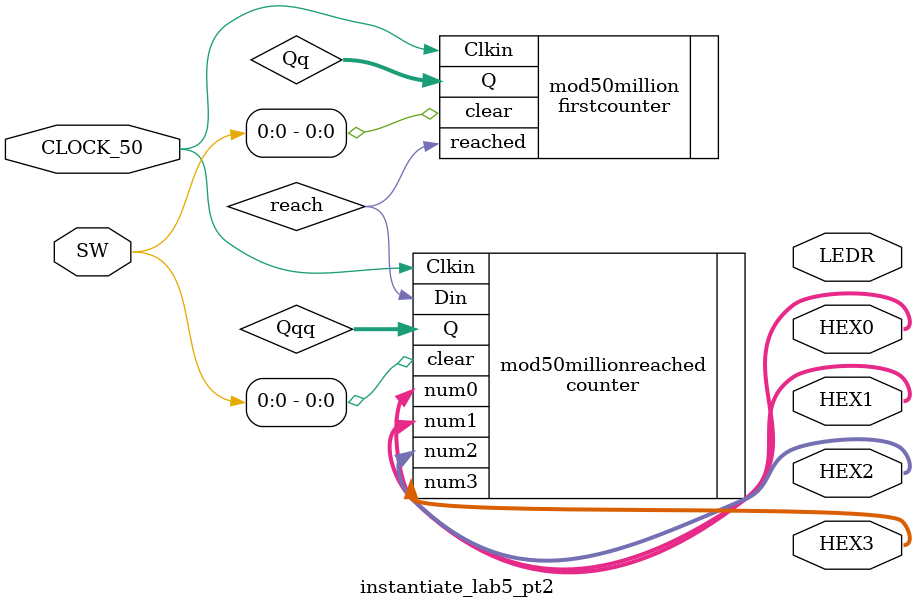
<source format=v>
module instantiate_lab5_pt2(SW,LEDR,CLOCK_50,HEX0,HEX1,HEX2,HEX3);

	input [9:0] SW;
	input CLOCK_50;
	output [6:0]HEX0, HEX1,HEX2,HEX3;
	output[9:0] LEDR;
	wire reach;
	wire [25:0] Qq;
	wire[15:0]Qqq;
	
	firstcounter mod50million(.Clkin(CLOCK_50),.Q(Qq), .clear(SW[0]),.reached(reach));
	counter mod50millionreached(.Clkin(CLOCK_50), .clear(SW[0]),.Q(Qqq), .Din(reach), .num0(HEX0),.num1(HEX1),.num2(HEX2),.num3(HEX3));
	
	
	endmodule
</source>
